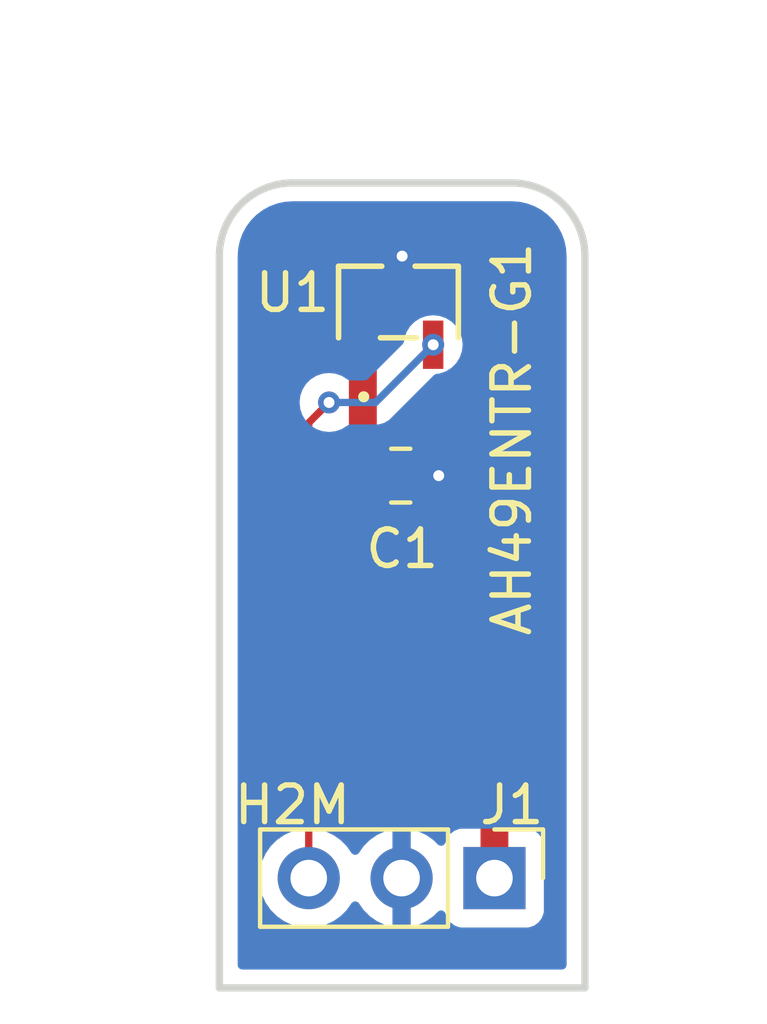
<source format=kicad_pcb>
(kicad_pcb (version 20240108) (generator "pcbnew") (generator_version "8.0")
  (layers (0 "F.Cu" signal) (31 "B.Cu" signal) (34 "B.Paste" user) (35 "F.Paste" user) (36 "B.SilkS" user "B.Silkscreen") (37 "F.SilkS" user "F.Silkscreen") (38 "B.Mask" user) (39 "F.Mask" user) (44 "Edge.Cuts" user))
  (net 0 "")
  (net 1 "GND")
  (net 2 "+3.3V")
  (net 3 "/HALL_OUT")
  (footprint "Capacitor_SMD:C_0805_2012Metric_Pad1.18x1.45mm_HandSolder" (layer "F.Cu") (at 143.9625 102)
    (property "Reference" "C1" (at 0.0375 2 0) (layer "F.SilkS"))
    (property "Value" "100nF")
    (fp_line (start -0.261252 -0.735) (end 0.261252 -0.735) (stroke (width 0.12)) (layer "F.SilkS"))
    (fp_line (start -0.261252 0.735) (end 0.261252 0.735) (stroke (width 0.12)) (layer "F.SilkS"))
    (pad "1" smd roundrect (at -1.0375 0) (size 1.175 1.45) (layers "F.Cu" "F.Paste" "F.Mask") (roundrect_rratio 0.212766) (net 2 "+3.3V"))
    (pad "2" smd roundrect (at 1.0375 0) (size 1.175 1.45) (layers "F.Cu" "F.Paste" "F.Mask") (roundrect_rratio 0.212766) (net 1 "GND"))
  )
  (footprint "AH49ENTR_G1:SOT-23-3_DIO" (layer "F.Cu") (at 143.899 97.254)
    (property "Reference" "U1" (at -2.899 -0.254 0) (layer "F.SilkS"))
    (property "Value" "AH49ENTR-G1" (at 3.101 3.746 90) (layer "F.SilkS"))
    (fp_line (start -1.6383 -0.9779) (end -1.6383 0.9779) (stroke (width 0.1524)) (layer "F.SilkS"))
    (fp_line (start -0.492801 0.9779) (end 0.492801 0.9779) (stroke (width 0.1524)) (layer "F.SilkS"))
    (fp_line (start -0.4572 -0.9779) (end -1.6383 -0.9779) (stroke (width 0.1524)) (layer "F.SilkS"))
    (fp_line (start 1.6383 -0.9779) (end 0.4572 -0.9779) (stroke (width 0.1524)) (layer "F.SilkS"))
    (fp_line (start 1.6383 0.9779) (end 1.6383 -0.9779) (stroke (width 0.1524)) (layer "F.SilkS"))
    (fp_circle (center -0.95 2.5908) (end -0.8738 2.5908) (stroke (width 0.1524)) (fill none) (layer "F.SilkS"))
    (pad "1" smd rect (at -0.950001 1.1684) (size 0.5588 1.3208) (layers "F.Cu" "F.Paste" "F.Mask") (net 2 "+3.3V"))
    (pad "2" smd rect (at 0.950001 1.1684) (size 0.5588 1.3208) (layers "F.Cu" "F.Paste" "F.Mask") (net 3 "/HALL_OUT"))
    (pad "3" smd rect (at 0 -1.1684) (size 0.5588 1.3208) (layers "F.Cu" "F.Paste" "F.Mask") (net 1 "GND"))
  )
  (footprint "Connector_PinHeader_2.54mm:PinHeader_1x03_P2.54mm_Vertical" (layer "F.Cu") (at 146.525 113 -90)
    (property "Reference" "J1" (at -2 -0.475 0) (layer "F.SilkS"))
    (property "Value" "H2M" (at -2 5.525 0) (layer "F.SilkS"))
    (fp_line (start -1.33 6.41) (end 1.33 6.41) (stroke (width 0.12)) (layer "F.SilkS"))
    (fp_line (start -1.33 1.27) (end -1.33 6.41) (stroke (width 0.12)) (layer "F.SilkS"))
    (fp_line (start -1.33 1.27) (end 1.33 1.27) (stroke (width 0.12)) (layer "F.SilkS"))
    (fp_line (start 1.33 1.27) (end 1.33 6.41) (stroke (width 0.12)) (layer "F.SilkS"))
    (fp_line (start -1.33 0) (end -1.33 -1.33) (stroke (width 0.12)) (layer "F.SilkS"))
    (fp_line (start -1.33 -1.33) (end 0 -1.33) (stroke (width 0.12)) (layer "F.SilkS"))
    (pad "1" thru_hole rect (at 0 0 270) (size 1.7 1.7) (drill 1) (layers "*.Cu" "*.Mask") (net 2 "+3.3V"))
    (pad "2" thru_hole oval (at 0 2.54 270) (size 1.7 1.7) (drill 1) (layers "*.Cu" "*.Mask") (net 1 "GND"))
    (pad "3" thru_hole oval (at 0 5.08 270) (size 1.7 1.7) (drill 1) (layers "*.Cu" "*.Mask") (net 3 "/HALL_OUT"))
  )
  (gr_line (start 149 116) (end 139 116) (stroke (width 0.2)) (layer "Edge.Cuts"))
  (gr_line (start 147 94) (end 141 94) (stroke (width 0.2)) (layer "Edge.Cuts"))
  (gr_arc (start 139 96) (mid 139.585786 94.585786) (end 141 94) (stroke (width 0.2)) (layer "Edge.Cuts"))
  (gr_line (start 139 96) (end 139 116) (stroke (width 0.2)) (layer "Edge.Cuts"))
  (gr_arc (start 147 94) (mid 148.414214 94.585786) (end 149 96) (stroke (width 0.2)) (layer "Edge.Cuts"))
  (gr_line (start 149 96) (end 149 116) (stroke (width 0.2)) (layer "Edge.Cuts"))
  (segment (start 143.899 96.0856) (end 143.9144 96.0856) (width 0.2) (layer "F.Cu") (net 1))
  (segment (start 143.9144 96.0856) (end 144 96) (width 0.2) (layer "F.Cu") (net 1))
  (via (at 144 96) (size 0.6) (drill 0.3) (layers "F.Cu" "B.Cu") (net 1))
  (via (at 145 102) (size 0.6) (drill 0.3) (layers "F.Cu" "B.Cu") (net 1))
  (segment (start 142.925 98.446399) (end 142.948999 98.4224) (width 0.762) (layer "F.Cu") (net 2))
  (segment (start 146.525 106.525) (end 146.525 113) (width 0.762) (layer "F.Cu") (net 2))
  (segment (start 142.925 102) (end 142.925 102.925) (width 0.762) (layer "F.Cu") (net 2))
  (segment (start 142.925 102) (end 142.925 98.446399) (width 0.762) (layer "F.Cu") (net 2))
  (segment (start 142.925 102.925) (end 146.525 106.525) (width 0.762) (layer "F.Cu") (net 2))
  (segment (start 141.445 113) (end 141.445 100.555) (width 0.2) (layer "F.Cu") (net 3))
  (segment (start 141.445 100.555) (end 142 100) (width 0.2) (layer "F.Cu") (net 3))
  (via (at 144.849001 98.4224) (size 0.6) (drill 0.3) (layers "F.Cu" "B.Cu") (net 3))
  (via (at 142 100) (size 0.6) (drill 0.3) (layers "F.Cu" "B.Cu") (net 3))
  (segment (start 142 100) (end 143.271401 100) (width 0.2) (layer "B.Cu") (net 3))
  (segment (start 143.271401 100) (end 144.849001 98.4224) (width 0.2) (layer "B.Cu") (net 3))
  (zone (net 1) (net_name "GND") (layer "B.Cu") (connect_pads (clearance 0.5)) (min_thickness 0.25) (fill yes (thermal_gap 0.5) (thermal_bridge_width 0.5))
    (polygon (pts (xy 133 89) (xy 133 117) (xy 154 117) (xy 154 90)))
  )
)
</source>
